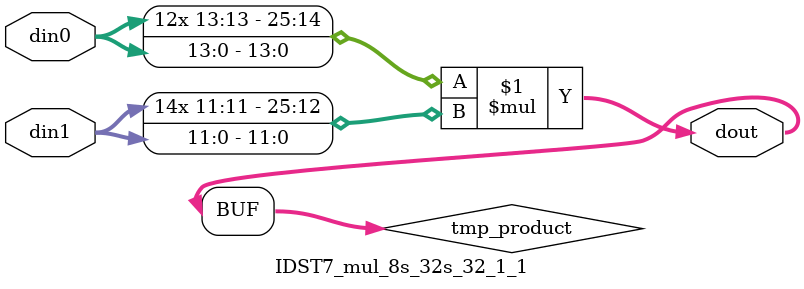
<source format=v>

`timescale 1 ns / 1 ps

 module IDST7_mul_8s_32s_32_1_1(din0, din1, dout);
parameter ID = 1;
parameter NUM_STAGE = 0;
parameter din0_WIDTH = 14;
parameter din1_WIDTH = 12;
parameter dout_WIDTH = 26;

input [din0_WIDTH - 1 : 0] din0; 
input [din1_WIDTH - 1 : 0] din1; 
output [dout_WIDTH - 1 : 0] dout;

wire signed [dout_WIDTH - 1 : 0] tmp_product;



























assign tmp_product = $signed(din0) * $signed(din1);








assign dout = tmp_product;





















endmodule

</source>
